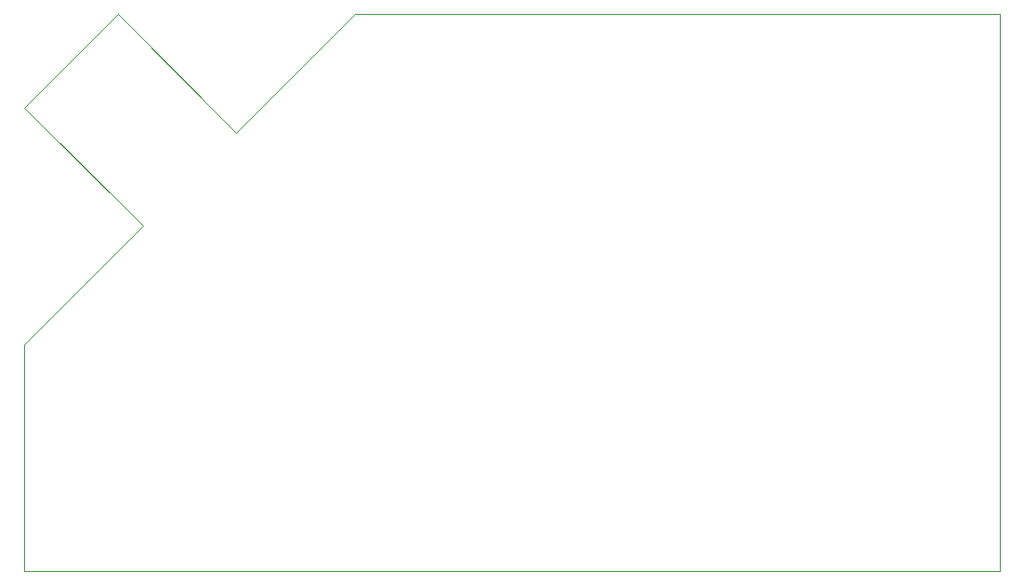
<source format=gbr>
G04 #@! TF.GenerationSoftware,KiCad,Pcbnew,(5.1.8)-1*
G04 #@! TF.CreationDate,2021-05-14T20:15:17-04:00*
G04 #@! TF.ProjectId,DogeKey2,446f6765-4b65-4793-922e-6b696361645f,1*
G04 #@! TF.SameCoordinates,Original*
G04 #@! TF.FileFunction,Profile,NP*
%FSLAX46Y46*%
G04 Gerber Fmt 4.6, Leading zero omitted, Abs format (unit mm)*
G04 Created by KiCad (PCBNEW (5.1.8)-1) date 2021-05-14 20:15:17*
%MOMM*%
%LPD*%
G01*
G04 APERTURE LIST*
G04 #@! TA.AperFunction,Profile*
%ADD10C,0.000100*%
G04 #@! TD*
G04 APERTURE END LIST*
D10*
X189873659Y-40200000D02*
X138171410Y-40200000D01*
X100984000Y-48762790D02*
X111760610Y-59539390D01*
X189873659Y-91000000D02*
X189873659Y-40200000D01*
X100973670Y-91000000D02*
X189873659Y-91000000D01*
X120291860Y-51008130D02*
X109515260Y-40231530D01*
X100973670Y-77439590D02*
X100973670Y-91000000D01*
X138171410Y-40200000D02*
X131100000Y-40200000D01*
X100973670Y-70325810D02*
X100973670Y-77439590D01*
X109515260Y-40231530D02*
X100984000Y-48762790D01*
X111760610Y-59539390D02*
X100973670Y-70325810D01*
X131100000Y-40200000D02*
X120291860Y-51008130D01*
M02*

</source>
